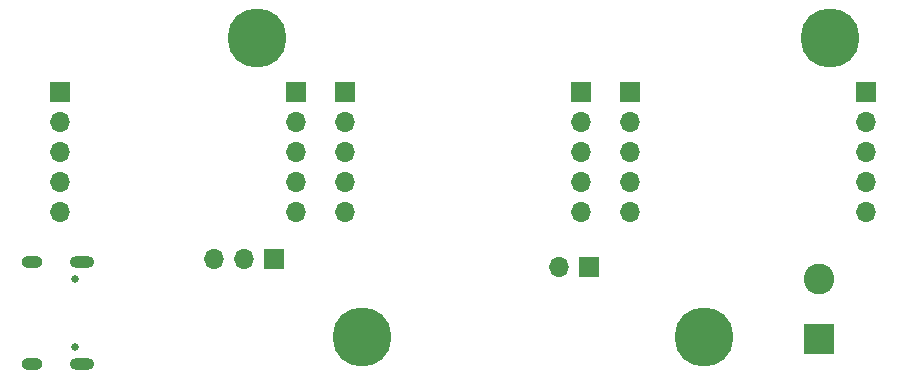
<source format=gbr>
%TF.GenerationSoftware,KiCad,Pcbnew,7.0.7-7.0.7~ubuntu22.04.1*%
%TF.CreationDate,2024-01-12T16:25:32+05:30*%
%TF.ProjectId,24-ch-relay-driver-kicad,32342d63-682d-4726-956c-61792d647269,1.1.0*%
%TF.SameCoordinates,Original*%
%TF.FileFunction,Soldermask,Bot*%
%TF.FilePolarity,Negative*%
%FSLAX46Y46*%
G04 Gerber Fmt 4.6, Leading zero omitted, Abs format (unit mm)*
G04 Created by KiCad (PCBNEW 7.0.7-7.0.7~ubuntu22.04.1) date 2024-01-12 16:25:32*
%MOMM*%
%LPD*%
G01*
G04 APERTURE LIST*
%ADD10C,5.000000*%
%ADD11R,1.700000X1.700000*%
%ADD12O,1.700000X1.700000*%
%ADD13R,2.600000X2.600000*%
%ADD14C,2.600000*%
%ADD15C,0.650000*%
%ADD16O,2.100000X1.000000*%
%ADD17O,1.800000X1.000000*%
G04 APERTURE END LIST*
D10*
%TO.C,H103*%
X172847000Y-98800000D03*
%TD*%
D11*
%TO.C,J302*%
X142400000Y-78058000D03*
D12*
X142400000Y-80598000D03*
X142400000Y-83138000D03*
X142400000Y-85678000D03*
X142400000Y-88218000D03*
%TD*%
D11*
%TO.C,J303*%
X118270000Y-78058000D03*
D12*
X118270000Y-80598000D03*
X118270000Y-83138000D03*
X118270000Y-85678000D03*
X118270000Y-88218000D03*
%TD*%
D11*
%TO.C,J305*%
X162400000Y-78058000D03*
D12*
X162400000Y-80598000D03*
X162400000Y-83138000D03*
X162400000Y-85678000D03*
X162400000Y-88218000D03*
%TD*%
D11*
%TO.C,J306*%
X138270000Y-78058000D03*
D12*
X138270000Y-80598000D03*
X138270000Y-83138000D03*
X138270000Y-85678000D03*
X138270000Y-88218000D03*
%TD*%
D11*
%TO.C,J304*%
X186530000Y-78033800D03*
D12*
X186530000Y-80573800D03*
X186530000Y-83113800D03*
X186530000Y-85653800D03*
X186530000Y-88193800D03*
%TD*%
D10*
%TO.C,H102*%
X183515000Y-73500000D03*
%TD*%
%TO.C,H104*%
X135000000Y-73500000D03*
%TD*%
D13*
%TO.C,J202*%
X182575001Y-99000000D03*
D14*
X182575001Y-93920000D03*
%TD*%
D11*
%TO.C,J301*%
X166530000Y-78033800D03*
D12*
X166530000Y-80573800D03*
X166530000Y-83113800D03*
X166530000Y-85653800D03*
X166530000Y-88193800D03*
%TD*%
D11*
%TO.C,JP202*%
X163068000Y-92837000D03*
D12*
X160528000Y-92837000D03*
%TD*%
D11*
%TO.C,JP203*%
X136383000Y-92202000D03*
D12*
X133843000Y-92202000D03*
X131303000Y-92202000D03*
%TD*%
D10*
%TO.C,H101*%
X143891000Y-98800000D03*
%TD*%
D15*
%TO.C,J201*%
X119612000Y-93884000D03*
X119612000Y-99664000D03*
D16*
X120132000Y-92454000D03*
D17*
X115932000Y-92454000D03*
D16*
X120132000Y-101094000D03*
D17*
X115932000Y-101094000D03*
%TD*%
M02*

</source>
